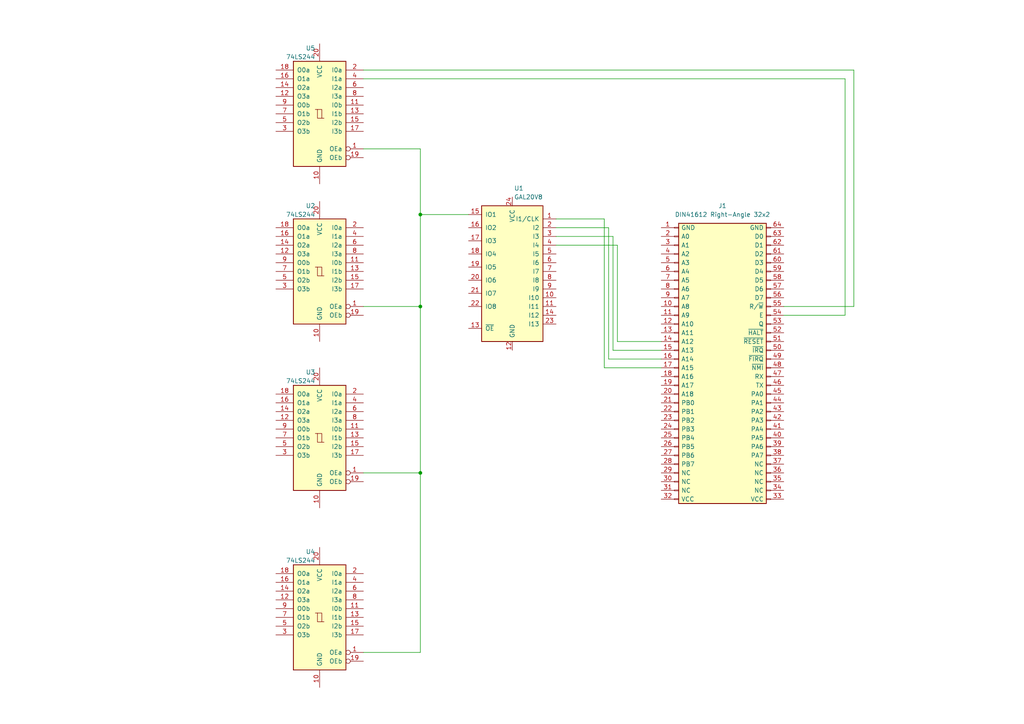
<source format=kicad_sch>
(kicad_sch (version 20230121) (generator eeschema)

  (uuid 54f2aa91-fd64-4ad0-9902-e147cfb2cbdd)

  (paper "A4")

  (lib_symbols
    (symbol "74xx:74LS244" (pin_names (offset 1.016)) (in_bom yes) (on_board yes)
      (property "Reference" "U" (at -7.62 16.51 0)
        (effects (font (size 1.27 1.27)))
      )
      (property "Value" "74LS244" (at -7.62 -16.51 0)
        (effects (font (size 1.27 1.27)))
      )
      (property "Footprint" "" (at 0 0 0)
        (effects (font (size 1.27 1.27)) hide)
      )
      (property "Datasheet" "http://www.ti.com/lit/ds/symlink/sn74ls244.pdf" (at 0 0 0)
        (effects (font (size 1.27 1.27)) hide)
      )
      (property "ki_keywords" "7400 logic ttl low power schottky" (at 0 0 0)
        (effects (font (size 1.27 1.27)) hide)
      )
      (property "ki_description" "Octal Buffer and Line Driver With 3-State Output, active-low enables, non-inverting outputs" (at 0 0 0)
        (effects (font (size 1.27 1.27)) hide)
      )
      (property "ki_fp_filters" "DIP?20*" (at 0 0 0)
        (effects (font (size 1.27 1.27)) hide)
      )
      (symbol "74LS244_1_0"
        (polyline
          (pts
            (xy -0.635 -1.27)
            (xy -0.635 1.27)
            (xy 0.635 1.27)
          )
          (stroke (width 0) (type default))
          (fill (type none))
        )
        (polyline
          (pts
            (xy -1.27 -1.27)
            (xy 0.635 -1.27)
            (xy 0.635 1.27)
            (xy 1.27 1.27)
          )
          (stroke (width 0) (type default))
          (fill (type none))
        )
        (pin input inverted (at -12.7 -10.16 0) (length 5.08)
          (name "OEa" (effects (font (size 1.27 1.27))))
          (number "1" (effects (font (size 1.27 1.27))))
        )
        (pin power_in line (at 0 -20.32 90) (length 5.08)
          (name "GND" (effects (font (size 1.27 1.27))))
          (number "10" (effects (font (size 1.27 1.27))))
        )
        (pin input line (at -12.7 2.54 0) (length 5.08)
          (name "I0b" (effects (font (size 1.27 1.27))))
          (number "11" (effects (font (size 1.27 1.27))))
        )
        (pin tri_state line (at 12.7 5.08 180) (length 5.08)
          (name "O3a" (effects (font (size 1.27 1.27))))
          (number "12" (effects (font (size 1.27 1.27))))
        )
        (pin input line (at -12.7 0 0) (length 5.08)
          (name "I1b" (effects (font (size 1.27 1.27))))
          (number "13" (effects (font (size 1.27 1.27))))
        )
        (pin tri_state line (at 12.7 7.62 180) (length 5.08)
          (name "O2a" (effects (font (size 1.27 1.27))))
          (number "14" (effects (font (size 1.27 1.27))))
        )
        (pin input line (at -12.7 -2.54 0) (length 5.08)
          (name "I2b" (effects (font (size 1.27 1.27))))
          (number "15" (effects (font (size 1.27 1.27))))
        )
        (pin tri_state line (at 12.7 10.16 180) (length 5.08)
          (name "O1a" (effects (font (size 1.27 1.27))))
          (number "16" (effects (font (size 1.27 1.27))))
        )
        (pin input line (at -12.7 -5.08 0) (length 5.08)
          (name "I3b" (effects (font (size 1.27 1.27))))
          (number "17" (effects (font (size 1.27 1.27))))
        )
        (pin tri_state line (at 12.7 12.7 180) (length 5.08)
          (name "O0a" (effects (font (size 1.27 1.27))))
          (number "18" (effects (font (size 1.27 1.27))))
        )
        (pin input inverted (at -12.7 -12.7 0) (length 5.08)
          (name "OEb" (effects (font (size 1.27 1.27))))
          (number "19" (effects (font (size 1.27 1.27))))
        )
        (pin input line (at -12.7 12.7 0) (length 5.08)
          (name "I0a" (effects (font (size 1.27 1.27))))
          (number "2" (effects (font (size 1.27 1.27))))
        )
        (pin power_in line (at 0 20.32 270) (length 5.08)
          (name "VCC" (effects (font (size 1.27 1.27))))
          (number "20" (effects (font (size 1.27 1.27))))
        )
        (pin tri_state line (at 12.7 -5.08 180) (length 5.08)
          (name "O3b" (effects (font (size 1.27 1.27))))
          (number "3" (effects (font (size 1.27 1.27))))
        )
        (pin input line (at -12.7 10.16 0) (length 5.08)
          (name "I1a" (effects (font (size 1.27 1.27))))
          (number "4" (effects (font (size 1.27 1.27))))
        )
        (pin tri_state line (at 12.7 -2.54 180) (length 5.08)
          (name "O2b" (effects (font (size 1.27 1.27))))
          (number "5" (effects (font (size 1.27 1.27))))
        )
        (pin input line (at -12.7 7.62 0) (length 5.08)
          (name "I2a" (effects (font (size 1.27 1.27))))
          (number "6" (effects (font (size 1.27 1.27))))
        )
        (pin tri_state line (at 12.7 0 180) (length 5.08)
          (name "O1b" (effects (font (size 1.27 1.27))))
          (number "7" (effects (font (size 1.27 1.27))))
        )
        (pin input line (at -12.7 5.08 0) (length 5.08)
          (name "I3a" (effects (font (size 1.27 1.27))))
          (number "8" (effects (font (size 1.27 1.27))))
        )
        (pin tri_state line (at 12.7 2.54 180) (length 5.08)
          (name "O0b" (effects (font (size 1.27 1.27))))
          (number "9" (effects (font (size 1.27 1.27))))
        )
      )
      (symbol "74LS244_1_1"
        (rectangle (start -7.62 15.24) (end 7.62 -15.24)
          (stroke (width 0.254) (type default))
          (fill (type background))
        )
      )
    )
    (symbol "GAL20V8:GAL20V8" (pin_names (offset 1.016)) (in_bom yes) (on_board yes)
      (property "Reference" "U" (at -8.89 16.51 0)
        (effects (font (size 1.27 1.27)) (justify left))
      )
      (property "Value" "GAL20V8" (at 1.27 16.51 0)
        (effects (font (size 1.27 1.27)) (justify left))
      )
      (property "Footprint" "Package_DIP:DIP-24_W7.62mm" (at 0 0 0)
        (effects (font (size 1.27 1.27)) hide)
      )
      (property "Datasheet" "" (at 0 0 0)
        (effects (font (size 1.27 1.27)) hide)
      )
      (property "ki_keywords" "GAL PLD 16V8" (at 0 0 0)
        (effects (font (size 1.27 1.27)) hide)
      )
      (property "ki_description" "Programmable Logic Array, DIP-20/SOIC-20/PLCC-20" (at 0 0 0)
        (effects (font (size 1.27 1.27)) hide)
      )
      (property "ki_fp_filters" "DIP* PDIP* SOIC* SO* PLCC*" (at 0 0 0)
        (effects (font (size 1.27 1.27)) hide)
      )
      (symbol "GAL20V8_0_0"
        (pin input line (at -12.7 -12.7 0) (length 3.81)
          (name "I10" (effects (font (size 1.27 1.27))))
          (number "10" (effects (font (size 1.27 1.27))))
        )
        (pin tri_state line (at 12.7 -7.62 180) (length 3.81)
          (name "IO6" (effects (font (size 1.27 1.27))))
          (number "20" (effects (font (size 1.27 1.27))))
        )
        (pin tri_state line (at 12.7 -11.43 180) (length 3.81)
          (name "IO7" (effects (font (size 1.27 1.27))))
          (number "21" (effects (font (size 1.27 1.27))))
        )
        (pin tri_state line (at 12.7 -15.24 180) (length 3.81)
          (name "IO8" (effects (font (size 1.27 1.27))))
          (number "22" (effects (font (size 1.27 1.27))))
        )
        (pin tri_state line (at -12.7 -20.32 0) (length 3.81)
          (name "I13" (effects (font (size 1.27 1.27))))
          (number "23" (effects (font (size 1.27 1.27))))
        )
        (pin power_in line (at 0 16.51 270) (length 2.54)
          (name "VCC" (effects (font (size 1.27 1.27))))
          (number "24" (effects (font (size 1.27 1.27))))
        )
      )
      (symbol "GAL20V8_0_1"
        (rectangle (start -8.89 13.97) (end 8.89 -25.4)
          (stroke (width 0.254) (type default))
          (fill (type background))
        )
      )
      (symbol "GAL20V8_1_1"
        (pin input line (at -12.7 10.16 0) (length 3.81)
          (name "I1/CLK" (effects (font (size 1.27 1.27))))
          (number "1" (effects (font (size 1.27 1.27))))
        )
        (pin input line (at -12.7 -15.24 0) (length 3.81)
          (name "I11" (effects (font (size 1.27 1.27))))
          (number "11" (effects (font (size 1.27 1.27))))
        )
        (pin power_in line (at 0 -27.94 90) (length 2.54)
          (name "GND" (effects (font (size 1.27 1.27))))
          (number "12" (effects (font (size 1.27 1.27))))
        )
        (pin tri_state line (at 12.7 -21.59 180) (length 3.81)
          (name "~{OE}" (effects (font (size 1.27 1.27))))
          (number "13" (effects (font (size 1.27 1.27))))
        )
        (pin tri_state line (at -12.7 -17.78 0) (length 3.81)
          (name "I12" (effects (font (size 1.27 1.27))))
          (number "14" (effects (font (size 1.27 1.27))))
        )
        (pin tri_state line (at 12.7 11.43 180) (length 3.81)
          (name "IO1" (effects (font (size 1.27 1.27))))
          (number "15" (effects (font (size 1.27 1.27))))
        )
        (pin tri_state line (at 12.7 7.62 180) (length 3.81)
          (name "IO2" (effects (font (size 1.27 1.27))))
          (number "16" (effects (font (size 1.27 1.27))))
        )
        (pin tri_state line (at 12.7 3.81 180) (length 3.81)
          (name "IO3" (effects (font (size 1.27 1.27))))
          (number "17" (effects (font (size 1.27 1.27))))
        )
        (pin tri_state line (at 12.7 0 180) (length 3.81)
          (name "IO4" (effects (font (size 1.27 1.27))))
          (number "18" (effects (font (size 1.27 1.27))))
        )
        (pin tri_state line (at 12.7 -3.81 180) (length 3.81)
          (name "IO5" (effects (font (size 1.27 1.27))))
          (number "19" (effects (font (size 1.27 1.27))))
        )
        (pin input line (at -12.7 7.62 0) (length 3.81)
          (name "I2" (effects (font (size 1.27 1.27))))
          (number "2" (effects (font (size 1.27 1.27))))
        )
        (pin input line (at -12.7 5.08 0) (length 3.81)
          (name "I3" (effects (font (size 1.27 1.27))))
          (number "3" (effects (font (size 1.27 1.27))))
        )
        (pin input line (at -12.7 2.54 0) (length 3.81)
          (name "I4" (effects (font (size 1.27 1.27))))
          (number "4" (effects (font (size 1.27 1.27))))
        )
        (pin input line (at -12.7 0 0) (length 3.81)
          (name "I5" (effects (font (size 1.27 1.27))))
          (number "5" (effects (font (size 1.27 1.27))))
        )
        (pin input line (at -12.7 -2.54 0) (length 3.81)
          (name "I6" (effects (font (size 1.27 1.27))))
          (number "6" (effects (font (size 1.27 1.27))))
        )
        (pin input line (at -12.7 -5.08 0) (length 3.81)
          (name "I7" (effects (font (size 1.27 1.27))))
          (number "7" (effects (font (size 1.27 1.27))))
        )
        (pin input line (at -12.7 -7.62 0) (length 3.81)
          (name "I8" (effects (font (size 1.27 1.27))))
          (number "8" (effects (font (size 1.27 1.27))))
        )
        (pin input line (at -12.7 -10.16 0) (length 3.81)
          (name "I9" (effects (font (size 1.27 1.27))))
          (number "9" (effects (font (size 1.27 1.27))))
        )
      )
    )
    (symbol "card_bus_2_32:card_bus_2_32" (pin_names (offset 2)) (in_bom yes) (on_board yes)
      (property "Reference" "J" (at 1.27 40.64 0)
        (effects (font (size 1.27 1.27)))
      )
      (property "Value" "card_bus_2_32" (at 20.32 -49.53 0)
        (effects (font (size 1.27 1.27)))
      )
      (property "Footprint" "card_bus_2_32:PinSocket_2x32_P2.54mm_Vertical" (at 10.16 50.8 0)
        (effects (font (size 1.27 1.27)) hide)
      )
      (property "Datasheet" "~" (at 0 0 0)
        (effects (font (size 1.27 1.27)) hide)
      )
      (property "ki_keywords" "connector" (at 0 0 0)
        (effects (font (size 1.27 1.27)) hide)
      )
      (property "ki_description" "DIN41612 connector, double row (AB), 02x32, script generated (kicad-library-utils/schlib/autogen/connector/)" (at 0 0 0)
        (effects (font (size 1.27 1.27)) hide)
      )
      (property "ki_fp_filters" "DIN41612*2x*" (at 0 0 0)
        (effects (font (size 1.27 1.27)) hide)
      )
      (symbol "card_bus_2_32_1_1"
        (rectangle (start -1.27 -40.513) (end 0 -40.767)
          (stroke (width 0.1524) (type default))
          (fill (type none))
        )
        (rectangle (start -1.27 -37.973) (end 0 -38.227)
          (stroke (width 0.1524) (type default))
          (fill (type none))
        )
        (rectangle (start -1.27 -35.433) (end 0 -35.687)
          (stroke (width 0.1524) (type default))
          (fill (type none))
        )
        (rectangle (start -1.27 -32.893) (end 0 -33.147)
          (stroke (width 0.1524) (type default))
          (fill (type none))
        )
        (rectangle (start -1.27 -30.353) (end 0 -30.607)
          (stroke (width 0.1524) (type default))
          (fill (type none))
        )
        (rectangle (start -1.27 -27.813) (end 0 -28.067)
          (stroke (width 0.1524) (type default))
          (fill (type none))
        )
        (rectangle (start -1.27 -25.273) (end 0 -25.527)
          (stroke (width 0.1524) (type default))
          (fill (type none))
        )
        (rectangle (start -1.27 -22.733) (end 0 -22.987)
          (stroke (width 0.1524) (type default))
          (fill (type none))
        )
        (rectangle (start -1.27 -20.193) (end 0 -20.447)
          (stroke (width 0.1524) (type default))
          (fill (type none))
        )
        (rectangle (start -1.27 -17.653) (end 0 -17.907)
          (stroke (width 0.1524) (type default))
          (fill (type none))
        )
        (rectangle (start -1.27 -15.113) (end 0 -15.367)
          (stroke (width 0.1524) (type default))
          (fill (type none))
        )
        (rectangle (start -1.27 -12.573) (end 0 -12.827)
          (stroke (width 0.1524) (type default))
          (fill (type none))
        )
        (rectangle (start -1.27 -10.033) (end 0 -10.287)
          (stroke (width 0.1524) (type default))
          (fill (type none))
        )
        (rectangle (start -1.27 -7.493) (end 0 -7.747)
          (stroke (width 0.1524) (type default))
          (fill (type none))
        )
        (rectangle (start -1.27 -4.953) (end 0 -5.207)
          (stroke (width 0.1524) (type default))
          (fill (type none))
        )
        (rectangle (start -1.27 -2.413) (end 0 -2.667)
          (stroke (width 0.1524) (type default))
          (fill (type none))
        )
        (rectangle (start -1.27 0.127) (end 0 -0.127)
          (stroke (width 0.1524) (type default))
          (fill (type none))
        )
        (rectangle (start -1.27 2.667) (end 0 2.413)
          (stroke (width 0.1524) (type default))
          (fill (type none))
        )
        (rectangle (start -1.27 5.207) (end 0 4.953)
          (stroke (width 0.1524) (type default))
          (fill (type none))
        )
        (rectangle (start -1.27 7.747) (end 0 7.493)
          (stroke (width 0.1524) (type default))
          (fill (type none))
        )
        (rectangle (start -1.27 10.287) (end 0 10.033)
          (stroke (width 0.1524) (type default))
          (fill (type none))
        )
        (rectangle (start -1.27 12.827) (end 0 12.573)
          (stroke (width 0.1524) (type default))
          (fill (type none))
        )
        (rectangle (start -1.27 15.367) (end 0 15.113)
          (stroke (width 0.1524) (type default))
          (fill (type none))
        )
        (rectangle (start -1.27 17.907) (end 0 17.653)
          (stroke (width 0.1524) (type default))
          (fill (type none))
        )
        (rectangle (start -1.27 20.447) (end 0 20.193)
          (stroke (width 0.1524) (type default))
          (fill (type none))
        )
        (rectangle (start -1.27 22.987) (end 0 22.733)
          (stroke (width 0.1524) (type default))
          (fill (type none))
        )
        (rectangle (start -1.27 25.527) (end 0 25.273)
          (stroke (width 0.1524) (type default))
          (fill (type none))
        )
        (rectangle (start -1.27 28.067) (end 0 27.813)
          (stroke (width 0.1524) (type default))
          (fill (type none))
        )
        (rectangle (start -1.27 30.607) (end 0 30.353)
          (stroke (width 0.1524) (type default))
          (fill (type none))
        )
        (rectangle (start -1.27 33.147) (end 0 32.893)
          (stroke (width 0.1524) (type default))
          (fill (type none))
        )
        (rectangle (start -1.27 35.687) (end 0 35.433)
          (stroke (width 0.1524) (type default))
          (fill (type none))
        )
        (rectangle (start -1.27 38.227) (end 0 37.973)
          (stroke (width 0.1524) (type default))
          (fill (type none))
        )
        (rectangle (start 0 39.37) (end 25.4 -41.91)
          (stroke (width 0.254) (type default))
          (fill (type background))
        )
        (rectangle (start 25.4 -40.513) (end 26.67 -40.767)
          (stroke (width 0.1524) (type default))
          (fill (type none))
        )
        (rectangle (start 25.4 -37.973) (end 26.67 -38.227)
          (stroke (width 0.1524) (type default))
          (fill (type none))
        )
        (rectangle (start 25.4 -35.433) (end 26.67 -35.687)
          (stroke (width 0.1524) (type default))
          (fill (type none))
        )
        (rectangle (start 25.4 -32.893) (end 26.67 -33.147)
          (stroke (width 0.1524) (type default))
          (fill (type none))
        )
        (rectangle (start 25.4 -30.353) (end 26.67 -30.607)
          (stroke (width 0.1524) (type default))
          (fill (type none))
        )
        (rectangle (start 25.4 -27.813) (end 26.67 -28.067)
          (stroke (width 0.1524) (type default))
          (fill (type none))
        )
        (rectangle (start 25.4 -25.273) (end 26.67 -25.527)
          (stroke (width 0.1524) (type default))
          (fill (type none))
        )
        (rectangle (start 25.4 -22.733) (end 26.67 -22.987)
          (stroke (width 0.1524) (type default))
          (fill (type none))
        )
        (rectangle (start 25.4 -20.193) (end 26.67 -20.447)
          (stroke (width 0.1524) (type default))
          (fill (type none))
        )
        (rectangle (start 25.4 -17.653) (end 26.67 -17.907)
          (stroke (width 0.1524) (type default))
          (fill (type none))
        )
        (rectangle (start 25.4 -15.113) (end 26.67 -15.367)
          (stroke (width 0.1524) (type default))
          (fill (type none))
        )
        (rectangle (start 25.4 -12.573) (end 26.67 -12.827)
          (stroke (width 0.1524) (type default))
          (fill (type none))
        )
        (rectangle (start 25.4 -10.033) (end 26.67 -10.287)
          (stroke (width 0.1524) (type default))
          (fill (type none))
        )
        (rectangle (start 25.4 -7.493) (end 26.67 -7.747)
          (stroke (width 0.1524) (type default))
          (fill (type none))
        )
        (rectangle (start 25.4 -4.953) (end 26.67 -5.207)
          (stroke (width 0.1524) (type default))
          (fill (type none))
        )
        (rectangle (start 25.4 -2.413) (end 26.67 -2.667)
          (stroke (width 0.1524) (type default))
          (fill (type none))
        )
        (rectangle (start 25.4 0.127) (end 26.67 -0.127)
          (stroke (width 0.1524) (type default))
          (fill (type none))
        )
        (rectangle (start 25.4 2.667) (end 26.67 2.413)
          (stroke (width 0.1524) (type default))
          (fill (type none))
        )
        (rectangle (start 25.4 5.207) (end 26.67 4.953)
          (stroke (width 0.1524) (type default))
          (fill (type none))
        )
        (rectangle (start 25.4 7.747) (end 26.67 7.493)
          (stroke (width 0.1524) (type default))
          (fill (type none))
        )
        (rectangle (start 25.4 10.287) (end 26.67 10.033)
          (stroke (width 0.1524) (type default))
          (fill (type none))
        )
        (rectangle (start 25.4 12.827) (end 26.67 12.573)
          (stroke (width 0.1524) (type default))
          (fill (type none))
        )
        (rectangle (start 25.4 15.367) (end 26.67 15.113)
          (stroke (width 0.1524) (type default))
          (fill (type none))
        )
        (rectangle (start 25.4 17.907) (end 26.67 17.653)
          (stroke (width 0.1524) (type default))
          (fill (type none))
        )
        (rectangle (start 25.4 20.447) (end 26.67 20.193)
          (stroke (width 0.1524) (type default))
          (fill (type none))
        )
        (rectangle (start 25.4 22.987) (end 26.67 22.733)
          (stroke (width 0.1524) (type default))
          (fill (type none))
        )
        (rectangle (start 25.4 25.527) (end 26.67 25.273)
          (stroke (width 0.1524) (type default))
          (fill (type none))
        )
        (rectangle (start 25.4 28.067) (end 26.67 27.813)
          (stroke (width 0.1524) (type default))
          (fill (type none))
        )
        (rectangle (start 25.4 30.607) (end 26.67 30.353)
          (stroke (width 0.1524) (type default))
          (fill (type none))
        )
        (rectangle (start 25.4 33.147) (end 26.67 32.893)
          (stroke (width 0.1524) (type default))
          (fill (type none))
        )
        (rectangle (start 25.4 35.687) (end 26.67 35.433)
          (stroke (width 0.1524) (type default))
          (fill (type none))
        )
        (rectangle (start 25.4 38.227) (end 26.67 37.973)
          (stroke (width 0.1524) (type default))
          (fill (type none))
        )
        (pin power_in line (at -5.08 38.1 0) (length 3.81)
          (name "GND" (effects (font (size 1.27 1.27))))
          (number "1" (effects (font (size 1.27 1.27))))
        )
        (pin output line (at -5.08 15.24 0) (length 3.81)
          (name "A8" (effects (font (size 1.27 1.27))))
          (number "10" (effects (font (size 1.27 1.27))))
        )
        (pin output line (at -5.08 12.7 0) (length 3.81)
          (name "A9" (effects (font (size 1.27 1.27))))
          (number "11" (effects (font (size 1.27 1.27))))
        )
        (pin output line (at -5.08 10.16 0) (length 3.81)
          (name "A10" (effects (font (size 1.27 1.27))))
          (number "12" (effects (font (size 1.27 1.27))))
        )
        (pin output line (at -5.08 7.62 0) (length 3.81)
          (name "A11" (effects (font (size 1.27 1.27))))
          (number "13" (effects (font (size 1.27 1.27))))
        )
        (pin output line (at -5.08 5.08 0) (length 3.81)
          (name "A12" (effects (font (size 1.27 1.27))))
          (number "14" (effects (font (size 1.27 1.27))))
        )
        (pin output line (at -5.08 2.54 0) (length 3.81)
          (name "A13" (effects (font (size 1.27 1.27))))
          (number "15" (effects (font (size 1.27 1.27))))
        )
        (pin output line (at -5.08 0 0) (length 3.81)
          (name "A14" (effects (font (size 1.27 1.27))))
          (number "16" (effects (font (size 1.27 1.27))))
        )
        (pin output line (at -5.08 -2.54 0) (length 3.81)
          (name "A15" (effects (font (size 1.27 1.27))))
          (number "17" (effects (font (size 1.27 1.27))))
        )
        (pin output line (at -5.08 -5.08 0) (length 3.81)
          (name "A16" (effects (font (size 1.27 1.27))))
          (number "18" (effects (font (size 1.27 1.27))))
        )
        (pin output line (at -5.08 -7.62 0) (length 3.81)
          (name "A17" (effects (font (size 1.27 1.27))))
          (number "19" (effects (font (size 1.27 1.27))))
        )
        (pin output line (at -5.08 35.56 0) (length 3.81)
          (name "A0" (effects (font (size 1.27 1.27))))
          (number "2" (effects (font (size 1.27 1.27))))
        )
        (pin output line (at -5.08 -10.16 0) (length 3.81)
          (name "A18" (effects (font (size 1.27 1.27))))
          (number "20" (effects (font (size 1.27 1.27))))
        )
        (pin bidirectional line (at -5.08 -12.7 0) (length 3.81)
          (name "PB0" (effects (font (size 1.27 1.27))))
          (number "21" (effects (font (size 1.27 1.27))))
        )
        (pin bidirectional line (at -5.08 -15.24 0) (length 3.81)
          (name "PB1" (effects (font (size 1.27 1.27))))
          (number "22" (effects (font (size 1.27 1.27))))
        )
        (pin bidirectional line (at -5.08 -17.78 0) (length 3.81)
          (name "PB2" (effects (font (size 1.27 1.27))))
          (number "23" (effects (font (size 1.27 1.27))))
        )
        (pin bidirectional line (at -5.08 -20.32 0) (length 3.81)
          (name "PB3" (effects (font (size 1.27 1.27))))
          (number "24" (effects (font (size 1.27 1.27))))
        )
        (pin bidirectional line (at -5.08 -22.86 0) (length 3.81)
          (name "PB4" (effects (font (size 1.27 1.27))))
          (number "25" (effects (font (size 1.27 1.27))))
        )
        (pin bidirectional line (at -5.08 -25.4 0) (length 3.81)
          (name "PB5" (effects (font (size 1.27 1.27))))
          (number "26" (effects (font (size 1.27 1.27))))
        )
        (pin bidirectional line (at -5.08 -27.94 0) (length 3.81)
          (name "PB6" (effects (font (size 1.27 1.27))))
          (number "27" (effects (font (size 1.27 1.27))))
        )
        (pin bidirectional line (at -5.08 -30.48 0) (length 3.81)
          (name "PB7" (effects (font (size 1.27 1.27))))
          (number "28" (effects (font (size 1.27 1.27))))
        )
        (pin unspecified line (at -5.08 -33.02 0) (length 3.81)
          (name "NC" (effects (font (size 1.27 1.27))))
          (number "29" (effects (font (size 1.27 1.27))))
        )
        (pin output line (at -5.08 33.02 0) (length 3.81)
          (name "A1" (effects (font (size 1.27 1.27))))
          (number "3" (effects (font (size 1.27 1.27))))
        )
        (pin unspecified line (at -5.08 -35.56 0) (length 3.81)
          (name "NC" (effects (font (size 1.27 1.27))))
          (number "30" (effects (font (size 1.27 1.27))))
        )
        (pin unspecified line (at -5.08 -38.1 0) (length 3.81)
          (name "NC" (effects (font (size 1.27 1.27))))
          (number "31" (effects (font (size 1.27 1.27))))
        )
        (pin power_in line (at -5.08 -40.64 0) (length 3.81)
          (name "VCC" (effects (font (size 1.27 1.27))))
          (number "32" (effects (font (size 1.27 1.27))))
        )
        (pin power_in line (at 30.48 -40.64 180) (length 3.81)
          (name "VCC" (effects (font (size 1.27 1.27))))
          (number "33" (effects (font (size 1.27 1.27))))
        )
        (pin unspecified line (at 30.48 -38.1 180) (length 3.81)
          (name "NC" (effects (font (size 1.27 1.27))))
          (number "34" (effects (font (size 1.27 1.27))))
        )
        (pin unspecified line (at 30.48 -35.56 180) (length 3.81)
          (name "NC" (effects (font (size 1.27 1.27))))
          (number "35" (effects (font (size 1.27 1.27))))
        )
        (pin unspecified line (at 30.48 -33.02 180) (length 3.81)
          (name "NC" (effects (font (size 1.27 1.27))))
          (number "36" (effects (font (size 1.27 1.27))))
        )
        (pin unspecified line (at 30.48 -30.48 180) (length 3.81)
          (name "NC" (effects (font (size 1.27 1.27))))
          (number "37" (effects (font (size 1.27 1.27))))
        )
        (pin bidirectional line (at 30.48 -27.94 180) (length 3.81)
          (name "PA7" (effects (font (size 1.27 1.27))))
          (number "38" (effects (font (size 1.27 1.27))))
        )
        (pin bidirectional line (at 30.48 -25.4 180) (length 3.81)
          (name "PA6" (effects (font (size 1.27 1.27))))
          (number "39" (effects (font (size 1.27 1.27))))
        )
        (pin output line (at -5.08 30.48 0) (length 3.81)
          (name "A2" (effects (font (size 1.27 1.27))))
          (number "4" (effects (font (size 1.27 1.27))))
        )
        (pin bidirectional line (at 30.48 -22.86 180) (length 3.81)
          (name "PA5" (effects (font (size 1.27 1.27))))
          (number "40" (effects (font (size 1.27 1.27))))
        )
        (pin bidirectional line (at 30.48 -20.32 180) (length 3.81)
          (name "PA4" (effects (font (size 1.27 1.27))))
          (number "41" (effects (font (size 1.27 1.27))))
        )
        (pin bidirectional line (at 30.48 -17.78 180) (length 3.81)
          (name "PA3" (effects (font (size 1.27 1.27))))
          (number "42" (effects (font (size 1.27 1.27))))
        )
        (pin bidirectional line (at 30.48 -15.24 180) (length 3.81)
          (name "PA2" (effects (font (size 1.27 1.27))))
          (number "43" (effects (font (size 1.27 1.27))))
        )
        (pin bidirectional line (at 30.48 -12.7 180) (length 3.81)
          (name "PA1" (effects (font (size 1.27 1.27))))
          (number "44" (effects (font (size 1.27 1.27))))
        )
        (pin bidirectional line (at 30.48 -10.16 180) (length 3.81)
          (name "PA0" (effects (font (size 1.27 1.27))))
          (number "45" (effects (font (size 1.27 1.27))))
        )
        (pin output line (at 30.48 -7.62 180) (length 3.81)
          (name "TX" (effects (font (size 1.27 1.27))))
          (number "46" (effects (font (size 1.27 1.27))))
        )
        (pin input line (at 30.48 -5.08 180) (length 3.81)
          (name "RX" (effects (font (size 1.27 1.27))))
          (number "47" (effects (font (size 1.27 1.27))))
        )
        (pin input line (at 30.48 -2.54 180) (length 3.81)
          (name "~{NMI}" (effects (font (size 1.27 1.27))))
          (number "48" (effects (font (size 1.27 1.27))))
        )
        (pin input line (at 30.48 0 180) (length 3.81)
          (name "~{FIRQ}" (effects (font (size 1.27 1.27))))
          (number "49" (effects (font (size 1.27 1.27))))
        )
        (pin output line (at -5.08 27.94 0) (length 3.81)
          (name "A3" (effects (font (size 1.27 1.27))))
          (number "5" (effects (font (size 1.27 1.27))))
        )
        (pin input line (at 30.48 2.54 180) (length 3.81)
          (name "~{IRQ}" (effects (font (size 1.27 1.27))))
          (number "50" (effects (font (size 1.27 1.27))))
        )
        (pin input line (at 30.48 5.08 180) (length 3.81)
          (name "~{RESET}" (effects (font (size 1.27 1.27))))
          (number "51" (effects (font (size 1.27 1.27))))
        )
        (pin input line (at 30.48 7.62 180) (length 3.81)
          (name "~{HALT}" (effects (font (size 1.27 1.27))))
          (number "52" (effects (font (size 1.27 1.27))))
        )
        (pin input line (at 30.48 10.16 180) (length 3.81)
          (name "Q" (effects (font (size 1.27 1.27))))
          (number "53" (effects (font (size 1.27 1.27))))
        )
        (pin input line (at 30.48 12.7 180) (length 3.81)
          (name "E" (effects (font (size 1.27 1.27))))
          (number "54" (effects (font (size 1.27 1.27))))
        )
        (pin output line (at 30.48 15.24 180) (length 3.81)
          (name "R/~{W}" (effects (font (size 1.27 1.27))))
          (number "55" (effects (font (size 1.27 1.27))))
        )
        (pin bidirectional line (at 30.48 17.78 180) (length 3.81)
          (name "D7" (effects (font (size 1.27 1.27))))
          (number "56" (effects (font (size 1.27 1.27))))
        )
        (pin bidirectional line (at 30.48 20.32 180) (length 3.81)
          (name "D6" (effects (font (size 1.27 1.27))))
          (number "57" (effects (font (size 1.27 1.27))))
        )
        (pin bidirectional line (at 30.48 22.86 180) (length 3.81)
          (name "D5" (effects (font (size 1.27 1.27))))
          (number "58" (effects (font (size 1.27 1.27))))
        )
        (pin bidirectional line (at 30.48 25.4 180) (length 3.81)
          (name "D4" (effects (font (size 1.27 1.27))))
          (number "59" (effects (font (size 1.27 1.27))))
        )
        (pin output line (at -5.08 25.4 0) (length 3.81)
          (name "A4" (effects (font (size 1.27 1.27))))
          (number "6" (effects (font (size 1.27 1.27))))
        )
        (pin bidirectional line (at 30.48 27.94 180) (length 3.81)
          (name "D3" (effects (font (size 1.27 1.27))))
          (number "60" (effects (font (size 1.27 1.27))))
        )
        (pin bidirectional line (at 30.48 30.48 180) (length 3.81)
          (name "D2" (effects (font (size 1.27 1.27))))
          (number "61" (effects (font (size 1.27 1.27))))
        )
        (pin bidirectional line (at 30.48 33.02 180) (length 3.81)
          (name "D1" (effects (font (size 1.27 1.27))))
          (number "62" (effects (font (size 1.27 1.27))))
        )
        (pin bidirectional line (at 30.48 35.56 180) (length 3.81)
          (name "D0" (effects (font (size 1.27 1.27))))
          (number "63" (effects (font (size 1.27 1.27))))
        )
        (pin power_in line (at 30.48 38.1 180) (length 3.81)
          (name "GND" (effects (font (size 1.27 1.27))))
          (number "64" (effects (font (size 1.27 1.27))))
        )
        (pin output line (at -5.08 22.86 0) (length 3.81)
          (name "A5" (effects (font (size 1.27 1.27))))
          (number "7" (effects (font (size 1.27 1.27))))
        )
        (pin output line (at -5.08 20.32 0) (length 3.81)
          (name "A6" (effects (font (size 1.27 1.27))))
          (number "8" (effects (font (size 1.27 1.27))))
        )
        (pin output line (at -5.08 17.78 0) (length 3.81)
          (name "A7" (effects (font (size 1.27 1.27))))
          (number "9" (effects (font (size 1.27 1.27))))
        )
      )
    )
  )

  (junction (at 121.92 62.23) (diameter 0) (color 0 0 0 0)
    (uuid 04735355-c88c-4c24-847b-cac10cf00e10)
  )
  (junction (at 121.92 88.9) (diameter 0) (color 0 0 0 0)
    (uuid b64ec76b-68cb-45ce-8812-eb83dd8af52b)
  )
  (junction (at 121.92 137.16) (diameter 0) (color 0 0 0 0)
    (uuid c9c98c62-45e8-4ab9-a10d-06ead3805ca6)
  )

  (wire (pts (xy 247.65 88.9) (xy 247.65 20.32))
    (stroke (width 0) (type default))
    (uuid 04429843-4e6a-474c-9332-098dcb60cff4)
  )
  (wire (pts (xy 121.92 88.9) (xy 121.92 137.16))
    (stroke (width 0) (type default))
    (uuid 08aa2943-465f-440d-b6a6-c790370aff3e)
  )
  (wire (pts (xy 247.65 20.32) (xy 105.41 20.32))
    (stroke (width 0) (type default))
    (uuid 1371f9f8-afa2-41ad-a6f1-72dcbb565ecc)
  )
  (wire (pts (xy 175.26 106.68) (xy 175.26 63.5))
    (stroke (width 0) (type default))
    (uuid 1d04f5b9-33f0-4c07-90c8-9470fa5d5b68)
  )
  (wire (pts (xy 176.53 66.04) (xy 161.29 66.04))
    (stroke (width 0) (type default))
    (uuid 1e12c2cf-5abc-4841-a70d-f6caaedc534d)
  )
  (wire (pts (xy 177.8 68.58) (xy 161.29 68.58))
    (stroke (width 0) (type default))
    (uuid 260bca38-2b57-4993-9df4-b3f1658ae95c)
  )
  (wire (pts (xy 191.77 99.06) (xy 179.07 99.06))
    (stroke (width 0) (type default))
    (uuid 2a62657a-fed6-4805-a99a-b42af2ca9b0e)
  )
  (wire (pts (xy 121.92 88.9) (xy 105.41 88.9))
    (stroke (width 0) (type default))
    (uuid 3249a764-9fc2-4fee-8e6a-0f05ca67c26a)
  )
  (wire (pts (xy 245.11 22.86) (xy 105.41 22.86))
    (stroke (width 0) (type default))
    (uuid 3323f299-2cad-499a-9f6a-c8d7253ef512)
  )
  (wire (pts (xy 121.92 189.23) (xy 105.41 189.23))
    (stroke (width 0) (type default))
    (uuid 376f7408-46cc-41dc-a304-f955bc11ac0d)
  )
  (wire (pts (xy 176.53 104.14) (xy 176.53 66.04))
    (stroke (width 0) (type default))
    (uuid 5d330faa-e5c2-4f4b-ae27-c961b1ec6883)
  )
  (wire (pts (xy 227.33 91.44) (xy 245.11 91.44))
    (stroke (width 0) (type default))
    (uuid 7fcacfb3-8539-4b0b-9732-3ac3d3480415)
  )
  (wire (pts (xy 179.07 71.12) (xy 161.29 71.12))
    (stroke (width 0) (type default))
    (uuid 84a6daac-8758-4d20-8f4c-601a008ad9fc)
  )
  (wire (pts (xy 191.77 101.6) (xy 177.8 101.6))
    (stroke (width 0) (type default))
    (uuid 8d2a0c5f-8983-476e-b941-9a7c302dc2c1)
  )
  (wire (pts (xy 121.92 137.16) (xy 121.92 189.23))
    (stroke (width 0) (type default))
    (uuid 905b8371-5e36-4f22-ab97-3bcd30a740aa)
  )
  (wire (pts (xy 175.26 63.5) (xy 161.29 63.5))
    (stroke (width 0) (type default))
    (uuid 98ce822b-37f9-4525-83be-f60e1646b62a)
  )
  (wire (pts (xy 179.07 99.06) (xy 179.07 71.12))
    (stroke (width 0) (type default))
    (uuid af32d599-4f2d-47e1-8c20-f0aa0ad4be06)
  )
  (wire (pts (xy 121.92 137.16) (xy 105.41 137.16))
    (stroke (width 0) (type default))
    (uuid b7bf60b4-e2f5-45bd-abd0-7d938f323ea3)
  )
  (wire (pts (xy 177.8 101.6) (xy 177.8 68.58))
    (stroke (width 0) (type default))
    (uuid bef757de-dcf2-4187-aa0a-58d25b05c3ad)
  )
  (wire (pts (xy 121.92 62.23) (xy 121.92 43.18))
    (stroke (width 0) (type default))
    (uuid c0d61a61-6826-4bc6-94c3-2d4b2db5a0e1)
  )
  (wire (pts (xy 121.92 62.23) (xy 121.92 88.9))
    (stroke (width 0) (type default))
    (uuid d2061799-6e3d-4531-8cbf-789208142991)
  )
  (wire (pts (xy 191.77 104.14) (xy 176.53 104.14))
    (stroke (width 0) (type default))
    (uuid d9756620-7291-4d88-aa9f-4ddf2c1d157c)
  )
  (wire (pts (xy 191.77 106.68) (xy 175.26 106.68))
    (stroke (width 0) (type default))
    (uuid e186b5ae-7772-4ad6-a5ed-9573888bbc17)
  )
  (wire (pts (xy 245.11 91.44) (xy 245.11 22.86))
    (stroke (width 0) (type default))
    (uuid f025f090-5a6b-4755-a339-d433895a5c5f)
  )
  (wire (pts (xy 135.89 62.23) (xy 121.92 62.23))
    (stroke (width 0) (type default))
    (uuid f8b9e765-2b78-45df-ab7c-08373166bfbb)
  )
  (wire (pts (xy 121.92 43.18) (xy 105.41 43.18))
    (stroke (width 0) (type default))
    (uuid fc4d1861-a802-48cf-9a3f-13712a590551)
  )
  (wire (pts (xy 227.33 88.9) (xy 247.65 88.9))
    (stroke (width 0) (type default))
    (uuid fdd84120-c2eb-4c32-88aa-4d3a716f671a)
  )

  (symbol (lib_id "74xx:74LS244") (at 92.71 127 0) (mirror y) (unit 1)
    (in_bom yes) (on_board yes) (dnp no)
    (uuid 4808f40c-ba86-496c-a8f3-78659cbe29f2)
    (property "Reference" "U3" (at 91.44 107.95 0)
      (effects (font (size 1.27 1.27)) (justify left))
    )
    (property "Value" "74LS244" (at 91.44 110.49 0)
      (effects (font (size 1.27 1.27)) (justify left))
    )
    (property "Footprint" "Package_DIP:DIP-20_W7.62mm_Socket" (at 92.71 127 0)
      (effects (font (size 1.27 1.27)) hide)
    )
    (property "Datasheet" "http://www.ti.com/lit/ds/symlink/sn74ls244.pdf" (at 92.71 127 0)
      (effects (font (size 1.27 1.27)) hide)
    )
    (pin "1" (uuid 128b6c16-e0ad-4a36-8c57-9d62869a8238))
    (pin "10" (uuid 9f895076-ed07-44a2-8d0a-13298511f6e3))
    (pin "11" (uuid 0d9f578e-e039-48bb-8c25-4b104624af34))
    (pin "12" (uuid 336fd30b-d916-49d6-8d55-cf881606d4eb))
    (pin "13" (uuid 5bde1be2-dcf4-49ca-9ffd-c6b9f61afe3f))
    (pin "14" (uuid 944cf68e-10df-4142-8b80-a929ef02800e))
    (pin "15" (uuid 3902f638-e5a9-4cbd-b22a-47f472b062da))
    (pin "16" (uuid 8c938c31-fc62-47b0-808e-c1c5d216f7dd))
    (pin "17" (uuid 073804d3-73ca-47fe-8761-b9971f5edd9c))
    (pin "18" (uuid 502b5579-a8e9-4fd9-99d5-921455902ae1))
    (pin "19" (uuid efbb2e0e-6ae2-481d-b4f9-66806c039e40))
    (pin "2" (uuid ad8a7a3a-8430-419e-8b92-92f62d27e449))
    (pin "20" (uuid 8bb53132-1537-4b7b-a7d4-22bf2cc82720))
    (pin "3" (uuid 4c39299e-085f-4c5d-ba76-8d05500014f2))
    (pin "4" (uuid c9c38087-a50b-4a88-8cc3-89923841ebe6))
    (pin "5" (uuid 132ebf91-ab98-4946-84cd-4785cc612436))
    (pin "6" (uuid 8ed27bdb-50e3-486c-bc5e-6fbc7df92233))
    (pin "7" (uuid 2f8742e9-0e15-4668-98bd-7ad02efd12b0))
    (pin "8" (uuid ec34991e-7479-4c3f-9077-42e6b06fa30f))
    (pin "9" (uuid e9cd58c0-9bcf-410f-b13f-179780625043))
    (instances
      (project "test_board"
        (path "/54f2aa91-fd64-4ad0-9902-e147cfb2cbdd"
          (reference "U3") (unit 1)
        )
      )
      (project "boards"
        (path "/f938abd0-a826-4e32-8e2d-519891f06ac0"
          (reference "U7") (unit 1)
        )
      )
    )
  )

  (symbol (lib_id "74xx:74LS244") (at 92.71 33.02 0) (mirror y) (unit 1)
    (in_bom yes) (on_board yes) (dnp no)
    (uuid 8c105ba5-2ef9-4d60-81e7-0e815bb66125)
    (property "Reference" "U5" (at 91.44 13.97 0)
      (effects (font (size 1.27 1.27)) (justify left))
    )
    (property "Value" "74LS244" (at 91.44 16.51 0)
      (effects (font (size 1.27 1.27)) (justify left))
    )
    (property "Footprint" "Package_DIP:DIP-20_W7.62mm_Socket" (at 92.71 33.02 0)
      (effects (font (size 1.27 1.27)) hide)
    )
    (property "Datasheet" "http://www.ti.com/lit/ds/symlink/sn74ls244.pdf" (at 92.71 33.02 0)
      (effects (font (size 1.27 1.27)) hide)
    )
    (pin "1" (uuid cb03d92a-aa01-4b82-8138-acb754b23ce6))
    (pin "10" (uuid f7b35768-8e3e-4763-90d1-8cfb10395a0e))
    (pin "11" (uuid d87058f0-b514-4233-bbb0-3cb51483ac9b))
    (pin "12" (uuid 07584d9e-5bf6-4e6c-9fd5-af69721eca03))
    (pin "13" (uuid bb3dc050-7584-452a-bf26-767a95cc6161))
    (pin "14" (uuid 018802f9-c4e0-4372-8e52-fcde881a4f6f))
    (pin "15" (uuid 111b3113-5cc5-417f-b97c-dff0b838b5b2))
    (pin "16" (uuid de12d2bd-e57e-4339-9067-7b387556e8d9))
    (pin "17" (uuid 067cdd65-3f56-40f5-be05-91ce32a290e1))
    (pin "18" (uuid 8db9de2b-293e-426d-91f0-0eed01768ce6))
    (pin "19" (uuid 3856857e-01e4-4d23-8fc7-e41b3e581f7f))
    (pin "2" (uuid 1e77ea1a-d273-4826-bf6d-76eb9112c237))
    (pin "20" (uuid 93434d6a-7203-4cc1-bedb-3b899184278d))
    (pin "3" (uuid 0dbf2e94-176c-4b91-9a05-7c6128ac5e09))
    (pin "4" (uuid bc1613bc-04c8-4dc9-9d48-f37f273da85e))
    (pin "5" (uuid 7733cf0e-0d36-4441-b3d6-12b6f9ce009c))
    (pin "6" (uuid 1d4e3bab-3896-4a3e-acd9-1c9a65715966))
    (pin "7" (uuid 006af6c8-6beb-4ff3-8732-fb6d1a59392f))
    (pin "8" (uuid bf0b01ed-9d11-46bb-be5c-ebb5a1b03015))
    (pin "9" (uuid 3053b357-541b-4a65-934b-8a46d47f9380))
    (instances
      (project "test_board"
        (path "/54f2aa91-fd64-4ad0-9902-e147cfb2cbdd"
          (reference "U5") (unit 1)
        )
      )
      (project "boards"
        (path "/f938abd0-a826-4e32-8e2d-519891f06ac0"
          (reference "U7") (unit 1)
        )
      )
    )
  )

  (symbol (lib_id "74xx:74LS244") (at 92.71 78.74 0) (mirror y) (unit 1)
    (in_bom yes) (on_board yes) (dnp no)
    (uuid 908cdf36-f072-4a6a-b30c-9d119c402e26)
    (property "Reference" "U2" (at 91.44 59.69 0)
      (effects (font (size 1.27 1.27)) (justify left))
    )
    (property "Value" "74LS244" (at 91.44 62.23 0)
      (effects (font (size 1.27 1.27)) (justify left))
    )
    (property "Footprint" "Package_DIP:DIP-20_W7.62mm_Socket" (at 92.71 78.74 0)
      (effects (font (size 1.27 1.27)) hide)
    )
    (property "Datasheet" "http://www.ti.com/lit/ds/symlink/sn74ls244.pdf" (at 92.71 78.74 0)
      (effects (font (size 1.27 1.27)) hide)
    )
    (pin "1" (uuid ca4b3670-9254-4eaf-b4e4-10b74cab5590))
    (pin "10" (uuid fb33c7da-f6b8-4c52-bfcd-8dff04788009))
    (pin "11" (uuid 7e7b6c96-6862-4228-bbf8-79c9e10ed727))
    (pin "12" (uuid 60b936e5-2ae1-4841-ab4f-d9ecdb1eb0be))
    (pin "13" (uuid 7c5c629e-4986-43cc-a5aa-35389b89c7d3))
    (pin "14" (uuid 4a87b53c-0eec-4290-9665-74475411e445))
    (pin "15" (uuid b950c62e-9068-4a62-9137-76b93559f2c1))
    (pin "16" (uuid 2f03117c-ae3b-4e22-af62-2f70357d08d8))
    (pin "17" (uuid 6ed46fdd-4031-4751-bc2d-91fe0c3e14a1))
    (pin "18" (uuid 9e5850f9-4bb7-4920-bcb2-7b5f87336904))
    (pin "19" (uuid 2ccf43db-c5a2-4eea-83f0-a9b047a74d39))
    (pin "2" (uuid c453c424-0a67-4020-b8bc-4ee9a05ff94c))
    (pin "20" (uuid 55f72855-225a-426e-9724-f022d5841db5))
    (pin "3" (uuid 853bdfba-3728-4419-9004-95efd5e26754))
    (pin "4" (uuid e35c8d23-971d-4c1f-930b-8161f879f836))
    (pin "5" (uuid f033b411-8030-47ef-8f07-2497b32ac68c))
    (pin "6" (uuid 48c9f302-e3a7-4063-814a-293d9ec9e9fe))
    (pin "7" (uuid ab41e5d2-f54f-44ed-8088-7bd64766d36a))
    (pin "8" (uuid 2323c1bb-7f43-4539-8653-69808488b530))
    (pin "9" (uuid e5fe1086-3932-4760-962c-ab17d1e8c4a2))
    (instances
      (project "test_board"
        (path "/54f2aa91-fd64-4ad0-9902-e147cfb2cbdd"
          (reference "U2") (unit 1)
        )
      )
      (project "boards"
        (path "/f938abd0-a826-4e32-8e2d-519891f06ac0"
          (reference "U7") (unit 1)
        )
      )
    )
  )

  (symbol (lib_id "GAL20V8:GAL20V8") (at 148.59 73.66 0) (mirror y) (unit 1)
    (in_bom yes) (on_board yes) (dnp no) (fields_autoplaced)
    (uuid 983303d4-9873-465f-86eb-1d594ad8d425)
    (property "Reference" "U1" (at 149.1106 54.61 0)
      (effects (font (size 1.27 1.27)) (justify right))
    )
    (property "Value" "GAL20V8" (at 149.1106 57.15 0)
      (effects (font (size 1.27 1.27)) (justify right))
    )
    (property "Footprint" "Package_DIP:DIP-24_W7.62mm" (at 148.59 73.66 0)
      (effects (font (size 1.27 1.27)) hide)
    )
    (property "Datasheet" "" (at 148.59 73.66 0)
      (effects (font (size 1.27 1.27)) hide)
    )
    (pin "10" (uuid e4605ddc-a1b6-4fe4-a2b0-3831e992c0e3))
    (pin "20" (uuid 8ba98105-c754-45e2-94f3-94b3bec1762c))
    (pin "21" (uuid 29cc848c-9c28-4bfe-887a-d27cf52e1bef))
    (pin "22" (uuid 46432ca2-f56b-4a88-9f93-69b31c458687))
    (pin "23" (uuid 035c44da-723f-4a81-87b6-23ebf2effb74))
    (pin "24" (uuid d7daccdc-8ce7-4bac-bf26-a3514bf51bba))
    (pin "1" (uuid 611e6dd3-7797-4c64-88b8-b66512aa3332))
    (pin "11" (uuid faecd4c7-8ccc-4286-b1e3-190973759917))
    (pin "12" (uuid cc697f32-e67b-4bdd-8719-e4d955b78d9b))
    (pin "13" (uuid ffc84ce0-1665-478a-8e22-4656c39797d9))
    (pin "14" (uuid 35f0aab0-c8e3-4bc0-8977-b08d2ab55edf))
    (pin "15" (uuid 3b52ed73-5723-40a9-b6b8-de66c6026d47))
    (pin "16" (uuid 51480228-2e45-46ab-bf9c-6fad0172a67d))
    (pin "17" (uuid 638510a5-5249-42df-97c2-618b3144afbb))
    (pin "18" (uuid 413d09e2-261e-466e-846e-56658123a87b))
    (pin "19" (uuid 6f5199e1-e910-440e-a945-6cc59b383477))
    (pin "2" (uuid 1668edeb-9fbc-46bf-83bc-479a56ba1358))
    (pin "3" (uuid eb883472-1279-4410-9ca0-a6363631aa5d))
    (pin "4" (uuid 1048591a-84b7-46dd-a1ec-270892082347))
    (pin "5" (uuid 8a80e054-0667-4865-aa43-efc51bccc508))
    (pin "6" (uuid a0f912d3-d748-4dc0-9329-7ab4579ec4c7))
    (pin "7" (uuid 3e54531f-1d33-4965-9758-257d24eae986))
    (pin "8" (uuid 414fc9e0-a8ea-4e37-936f-50fe73be2cee))
    (pin "9" (uuid 730c94a2-10d7-4919-9db2-69fa2d3c8443))
    (instances
      (project "test_board"
        (path "/54f2aa91-fd64-4ad0-9902-e147cfb2cbdd"
          (reference "U1") (unit 1)
        )
      )
      (project "basic_memory"
        (path "/b72e7afc-37de-4cc4-aec0-31510a6702f7"
          (reference "U3") (unit 1)
        )
      )
    )
  )

  (symbol (lib_id "card_bus_2_32:card_bus_2_32") (at 196.85 104.14 0) (unit 1)
    (in_bom yes) (on_board yes) (dnp no) (fields_autoplaced)
    (uuid bcb39194-7e98-40c7-8307-a78f60785592)
    (property "Reference" "J1" (at 209.55 59.69 0)
      (effects (font (size 1.27 1.27)))
    )
    (property "Value" "DIN41612 Right-Angle 32x2" (at 209.55 62.23 0)
      (effects (font (size 1.27 1.27)))
    )
    (property "Footprint" "card_bus_2_32:DIN41612_R_2x32_Male_Horizontal_THT" (at 207.01 53.34 0)
      (effects (font (size 1.27 1.27)) hide)
    )
    (property "Datasheet" "~" (at 196.85 104.14 0)
      (effects (font (size 1.27 1.27)) hide)
    )
    (pin "1" (uuid a756f6da-63df-4ce2-b9a3-2b13f2b9d079))
    (pin "10" (uuid 390025b6-a248-4db0-95e4-46dded739f82))
    (pin "11" (uuid 89407fc3-c7a1-4352-8d63-4ba5480491d1))
    (pin "12" (uuid 126afd33-a01e-4a67-ae07-3f54769d32f7))
    (pin "13" (uuid c88bed11-c46b-40e7-a09c-249b4f95a517))
    (pin "14" (uuid 8456c80d-04a5-4a56-8198-c841cee4f1d7))
    (pin "15" (uuid fd439108-cd32-4108-a03e-da858b45e547))
    (pin "16" (uuid 4fde9ae2-7999-4bce-b36d-fb4c4c7067dd))
    (pin "17" (uuid 23b40b81-d615-47d5-8104-36da5f63df2e))
    (pin "18" (uuid ac19bbaa-3120-4514-9c82-c1d132266df1))
    (pin "19" (uuid 0af7d6dc-5961-43f7-965a-b7d6d7eac737))
    (pin "2" (uuid 73395d09-425b-49f0-b92d-765a1efeda73))
    (pin "20" (uuid beec8df1-15d8-48d7-a026-c7d47569f0ee))
    (pin "21" (uuid 91dd708b-13c4-49b8-87bb-d63609496920))
    (pin "22" (uuid 2f833bd5-f71f-4ddb-b30b-511499852ce6))
    (pin "23" (uuid f2e4b1f5-e907-478e-b882-ad2ade68fc82))
    (pin "24" (uuid a9b3fa0a-a3e1-4b29-b99b-5cda32508bd7))
    (pin "25" (uuid bb7bc990-d506-42ef-86e1-152f9246823f))
    (pin "26" (uuid 2aeebb2e-62a3-4bf6-80b3-4b6751eb64c6))
    (pin "27" (uuid a353802e-b44c-4c7c-9de8-30bd67b709b0))
    (pin "28" (uuid 1cecbdec-eeb6-4635-8867-2480a04df95c))
    (pin "29" (uuid 7c5bc458-1aeb-4b91-8b0d-e9b864db2321))
    (pin "3" (uuid 606da3d5-f3ad-4798-93ff-f3e365362574))
    (pin "30" (uuid cf585caa-2254-4da5-92b0-5c68cac1fd06))
    (pin "31" (uuid efd83c43-2df6-4ad4-abb4-96af877afd86))
    (pin "32" (uuid 90917d01-99a1-4d37-ab38-f618cc09087b))
    (pin "33" (uuid 2f9ae6da-4c9d-4bd7-b9f8-b8586cb85d77))
    (pin "34" (uuid 815e846d-8a85-44cc-91e1-c0929d815324))
    (pin "35" (uuid 2d278e65-3f3e-4a7e-bcdf-4fca8eb50bf6))
    (pin "36" (uuid 25127a71-41ac-4f76-a4d7-3275626a064b))
    (pin "37" (uuid 16ede3fc-1913-4bde-8e2d-7b95f215d784))
    (pin "38" (uuid d9b7df53-5d3e-4100-b6c4-0b42a3e939b6))
    (pin "39" (uuid ee18eab0-6dcb-49d4-9235-15505d7491b9))
    (pin "4" (uuid 9ec286f6-003f-4214-a80d-69abbf07df5e))
    (pin "40" (uuid 97047968-4ac7-4197-802f-289540c6662b))
    (pin "41" (uuid 929de3d4-fab5-4eeb-bc81-9916cba93889))
    (pin "42" (uuid 0c1f1156-bbbc-49b6-8265-c4e40a8401b9))
    (pin "43" (uuid 841bf8df-3933-4402-87fa-cc6a64a7d3ac))
    (pin "44" (uuid d6095325-a184-4f62-98fb-649f4711fb41))
    (pin "45" (uuid 942bef6e-c277-40eb-8c7c-b237301531fb))
    (pin "46" (uuid 45312418-2af4-48e5-a60d-6f1a4318dea0))
    (pin "47" (uuid cbe25543-37c7-4fe4-b786-41790674f5fe))
    (pin "48" (uuid 1972bedd-ccf3-4a96-ba52-3833dc0480c7))
    (pin "49" (uuid 17ee23f2-b12e-4ff7-9c4d-a4aaf83d3b92))
    (pin "5" (uuid bc72f588-23f8-4abd-9240-d55a3b301028))
    (pin "50" (uuid 4a5ba4d3-88b3-442d-8294-af7b09a089a6))
    (pin "51" (uuid aeec32bf-74e2-462a-a629-f3c871cd1d40))
    (pin "52" (uuid a2e76318-bf0e-4996-b075-c78345579d67))
    (pin "53" (uuid 7720cfc2-f075-4a94-92f4-e2a0df6c9c00))
    (pin "54" (uuid fd2da31a-64fb-4614-aff1-b74696efe692))
    (pin "55" (uuid 4a5f35ca-7e38-4b91-9feb-9abc6703e72b))
    (pin "56" (uuid 9717b113-2bd5-4970-857e-36e3ffe41637))
    (pin "57" (uuid 137c9c9a-baea-4c32-85b6-806437218a8e))
    (pin "58" (uuid 1b5d54e7-2a13-4b2b-8b0a-d0628b73ff2c))
    (pin "59" (uuid 36b291cb-0401-40f0-8185-38850f25daf2))
    (pin "6" (uuid ce0d26c1-f723-4faa-8f55-42511c5d3ced))
    (pin "60" (uuid d3ae6bee-eaf7-40e7-b892-c061d4a5e08f))
    (pin "61" (uuid 396dbe37-c298-4b86-93b6-cd6a2bc72dbd))
    (pin "62" (uuid 866484fa-1ea5-480c-b28a-293a8f2e6836))
    (pin "63" (uuid 6a0e335a-c407-4f0d-837b-1174da681aa7))
    (pin "64" (uuid 7f277eec-2786-4f6e-92e3-b0d6ac9db404))
    (pin "7" (uuid a2ac4601-33e7-4fd5-91f9-7c55d25a6002))
    (pin "8" (uuid fd64e939-50ca-4d65-8da4-b308c0e9f8b8))
    (pin "9" (uuid 146d97f6-b565-4d98-9646-fd9c33e3311e))
    (instances
      (project "test_board"
        (path "/54f2aa91-fd64-4ad0-9902-e147cfb2cbdd"
          (reference "J1") (unit 1)
        )
      )
      (project "basic_memory"
        (path "/b72e7afc-37de-4cc4-aec0-31510a6702f7"
          (reference "J1") (unit 1)
        )
      )
    )
  )

  (symbol (lib_id "74xx:74LS244") (at 92.71 179.07 0) (mirror y) (unit 1)
    (in_bom yes) (on_board yes) (dnp no)
    (uuid f0c30aa3-164d-4504-994b-445a20a1a887)
    (property "Reference" "U4" (at 91.44 160.02 0)
      (effects (font (size 1.27 1.27)) (justify left))
    )
    (property "Value" "74LS244" (at 91.44 162.56 0)
      (effects (font (size 1.27 1.27)) (justify left))
    )
    (property "Footprint" "Package_DIP:DIP-20_W7.62mm_Socket" (at 92.71 179.07 0)
      (effects (font (size 1.27 1.27)) hide)
    )
    (property "Datasheet" "http://www.ti.com/lit/ds/symlink/sn74ls244.pdf" (at 92.71 179.07 0)
      (effects (font (size 1.27 1.27)) hide)
    )
    (pin "1" (uuid 6c685479-5cf1-4862-8c0e-8160d832732a))
    (pin "10" (uuid 96f46987-5f59-4982-8ec3-3161273dbf43))
    (pin "11" (uuid 50191ac9-c6b6-4e5a-a158-d0ba17ae2642))
    (pin "12" (uuid caff3310-7c90-4399-841c-a97bc4aa7601))
    (pin "13" (uuid d407cc81-b2d0-4d5d-971e-41ebaaa0ba25))
    (pin "14" (uuid f46d8a2f-c8bb-4793-81cb-1e0398f516eb))
    (pin "15" (uuid 9d4712d9-57b0-4dfd-8b38-1b2baa644c86))
    (pin "16" (uuid ced8dad7-2f36-4fc4-8b12-60f46c9b543e))
    (pin "17" (uuid b1ee80d4-e653-48a7-a4cb-f1324b9b8802))
    (pin "18" (uuid e2a10db0-7909-42f3-84af-45ee0020f28d))
    (pin "19" (uuid 4af50ca1-9e6b-4bb5-8559-02463103126c))
    (pin "2" (uuid 74ea4fc2-0e7e-434d-8c51-439c0755572a))
    (pin "20" (uuid 7015b518-9fb0-42ee-b5db-fb3b5d73a95a))
    (pin "3" (uuid b3f9b8f3-c74f-4db0-99ad-3902f6bab23d))
    (pin "4" (uuid 91a3f1ca-0a3a-4512-8399-f29ad6d9d61a))
    (pin "5" (uuid c4a98b83-2d87-4d88-918e-6d233d319db0))
    (pin "6" (uuid bd9e410d-a1ec-420a-9380-2c53bd358ab5))
    (pin "7" (uuid a9e38f7e-e167-4ce9-91e1-97195ae9d1bc))
    (pin "8" (uuid fed87992-3300-4529-b106-377be69a42d8))
    (pin "9" (uuid e395ee51-8cca-408e-98fa-03af1bdd921e))
    (instances
      (project "test_board"
        (path "/54f2aa91-fd64-4ad0-9902-e147cfb2cbdd"
          (reference "U4") (unit 1)
        )
      )
      (project "boards"
        (path "/f938abd0-a826-4e32-8e2d-519891f06ac0"
          (reference "U7") (unit 1)
        )
      )
    )
  )

  (sheet_instances
    (path "/" (page "1"))
  )
)

</source>
